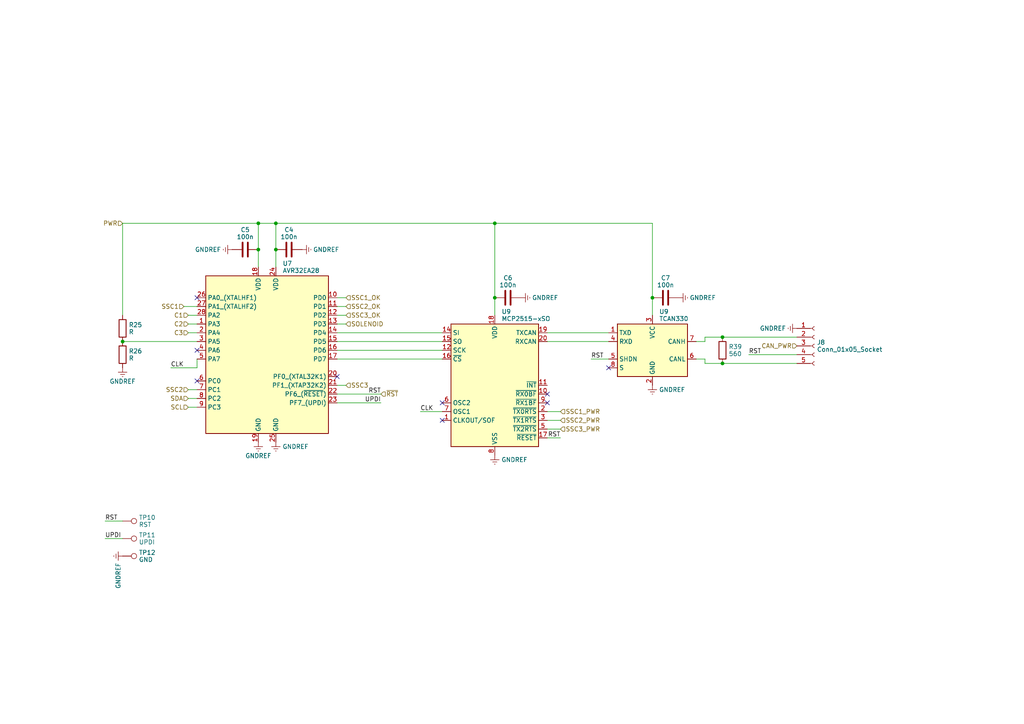
<source format=kicad_sch>
(kicad_sch (version 20230121) (generator eeschema)
  (paper "A4")
  (lib_symbols
    (symbol "Connector:Conn_01x05_Socket" (pin_names (offset 1.016) hide)
      (property "Reference" "J" (at 0 7.62 0))
      (property "Value" "Conn_01x05_Socket" (at 0 -7.62 0))
      (symbol "Conn_01x05_Socket_1_1"
        (arc (start 0 -4.572) (mid -0.5058 -5.08) (end 0 -5.588) (stroke (width 0.1524)))
        (arc (start 0 -2.032) (mid -0.5058 -2.54) (end 0 -3.048) (stroke (width 0.1524)))
        (polyline (pts (xy -1.27 -5.08) (xy -0.508 -5.08)) (stroke (width 0.1524)))
        (polyline (pts (xy -1.27 -2.54) (xy -0.508 -2.54)) (stroke (width 0.1524)))
        (polyline (pts (xy -1.27 0) (xy -0.508 0)) (stroke (width 0.1524)))
        (polyline (pts (xy -1.27 2.54) (xy -0.508 2.54)) (stroke (width 0.1524)))
        (polyline (pts (xy -1.27 5.08) (xy -0.508 5.08)) (stroke (width 0.1524)))
        (arc (start 0 0.508) (mid -0.5058 0) (end 0 -0.508) (stroke (width 0.1524)))
        (arc (start 0 3.048) (mid -0.5058 2.54) (end 0 2.032) (stroke (width 0.1524)))
        (arc (start 0 5.588) (mid -0.5058 5.08) (end 0 4.572) (stroke (width 0.1524)))
        (pin passive line (at -5.08 5.08 0) (length 3.81) (name "Pin_1") (number "1"))
        (pin passive line (at -5.08 2.54 0) (length 3.81) (name "Pin_2") (number "2"))
        (pin passive line (at -5.08 0 0) (length 3.81) (name "Pin_3") (number "3"))
        (pin passive line (at -5.08 -2.54 0) (length 3.81) (name "Pin_4") (number "4"))
        (pin passive line (at -5.08 -5.08 0) (length 3.81) (name "Pin_5") (number "5"))
      )
    )
    (symbol "Connector:TestPoint" (pin_numbers hide) (pin_names (offset 0.762) hide)
      (property "Reference" "TP" (at 0 6.858 0))
      (property "Value" "TestPoint" (at 0 5.08 0))
      (symbol "TestPoint_0_1"
        (circle (center 0 3.302) (radius 0.762))
      )
      (symbol "TestPoint_1_1"
        (pin passive line (at 0 0 90) (length 2.54) (name "1") (number "1"))
      )
    )
    (symbol "Device:C" (pin_numbers hide) (pin_names (offset 0.254))
      (property "Reference" "C" (at 0.635 2.54 0))
      (property "Value" "C" (at 0.635 -2.54 0))
      (symbol "C_0_1"
        (polyline (pts (xy -2.032 -0.762) (xy 2.032 -0.762)) (stroke (width 0.508)))
        (polyline (pts (xy -2.032 0.762) (xy 2.032 0.762)) (stroke (width 0.508)))
      )
      (symbol "C_1_1"
        (pin passive line (at 0 3.81 270) (length 2.794) (name "~") (number "1"))
        (pin passive line (at 0 -3.81 90) (length 2.794) (name "~") (number "2"))
      )
    )
    (symbol "Device:R" (pin_numbers hide) (pin_names (offset 0))
      (property "Reference" "R" (at 2.032 0 90))
      (property "Value" "R" (at 0 0 90))
      (symbol "R_0_1"
        (rectangle (start -1.016 -2.54) (end 1.016 2.54) (stroke (width 0.254)))
      )
      (symbol "R_1_1"
        (pin passive line (at 0 3.81 270) (length 1.27) (name "~") (number "1"))
        (pin passive line (at 0 -3.81 90) (length 1.27) (name "~") (number "2"))
      )
    )
    (symbol "Interface_CAN_LIN:TCAN330"
      (property "Reference" "U" (at -10.16 8.89 0))
      (property "Value" "TCAN330" (at 2.54 8.89 0))
      (symbol "TCAN330_0_1"
        (rectangle (start -10.16 7.62) (end 10.16 -7.62) (stroke (width 0.254)) (fill (type background)))
      )
      (symbol "TCAN330_1_1"
        (pin input line (at -12.7 5.08 0) (length 2.54) (name "TXD") (number "1"))
        (pin power_in line (at 0 -10.16 90) (length 2.54) (name "GND") (number "2"))
        (pin power_in line (at 0 10.16 270) (length 2.54) (name "VCC") (number "3"))
        (pin tri_state line (at -12.7 2.54 0) (length 2.54) (name "RXD") (number "4"))
        (pin input line (at -12.7 -2.54 0) (length 2.54) (name "SHDN") (number "5"))
        (pin bidirectional line (at 12.7 -2.54 180) (length 2.54) (name "CANL") (number "6"))
        (pin bidirectional line (at 12.7 2.54 180) (length 2.54) (name "CANH") (number "7"))
        (pin input line (at -12.7 -5.08 0) (length 2.54) (name "S") (number "8"))
      )
    )
    (symbol "Project:AVR32EA28"
      (property "Reference" "U" (at -17.78 24.13 0))
      (property "Value" "AVR32EA28" (at 2.54 -24.13 0))
      (symbol "AVR32EA28_0_1"
        (rectangle (start -17.78 22.86) (end 17.78 -22.86) (stroke (width 0.254)) (fill (type background)))
      )
      (symbol "AVR32EA28_1_1"
        (pin bidirectional line (at -20.32 8.89 0) (length 2.54) (name "PA3") (number "1"))
        (pin bidirectional line (at 20.32 16.51 180) (length 2.54) (name "PD0") (number "10"))
        (pin bidirectional line (at 20.32 13.97 180) (length 2.54) (name "PD1") (number "11"))
        (pin bidirectional line (at 20.32 11.43 180) (length 2.54) (name "PD2") (number "12"))
        (pin bidirectional line (at 20.32 8.89 180) (length 2.54) (name "PD3") (number "13"))
        (pin bidirectional line (at 20.32 6.35 180) (length 2.54) (name "PD4") (number "14"))
        (pin bidirectional line (at 20.32 3.81 180) (length 2.54) (name "PD5") (number "15"))
        (pin bidirectional line (at 20.32 1.27 180) (length 2.54) (name "PD6") (number "16"))
        (pin bidirectional line (at 20.32 -1.27 180) (length 2.54) (name "PD7") (number "17"))
        (pin power_in line (at -2.54 25.4 270) (length 2.54) (name "VDD") (number "18"))
        (pin power_in line (at -2.54 -25.4 90) (length 2.54) (name "GND") (number "19"))
        (pin bidirectional line (at -20.32 6.35 0) (length 2.54) (name "PA4") (number "2"))
        (pin bidirectional line (at 20.32 -6.35 180) (length 2.54) (name "PF0_(XTAL32K1)") (number "20"))
        (pin bidirectional line (at 20.32 -8.89 180) (length 2.54) (name "PF1_(XTAP32K2)") (number "21"))
        (pin bidirectional line (at 20.32 -11.43 180) (length 2.54) (name "PF6_(~{RESET})") (number "22"))
        (pin bidirectional line (at 20.32 -13.97 180) (length 2.54) (name "PF7_(UPDI)") (number "23"))
        (pin power_in line (at 2.54 25.4 270) (length 2.54) (name "VDD") (number "24"))
        (pin power_in line (at 2.54 -25.4 90) (length 2.54) (name "GND") (number "25"))
        (pin bidirectional line (at -20.32 16.51 0) (length 2.54) (name "PA0_(XTALHF1)") (number "26"))
        (pin bidirectional line (at -20.32 13.97 0) (length 2.54) (name "PA1_(XTALHF2)") (number "27"))
        (pin bidirectional line (at -20.32 11.43 0) (length 2.54) (name "PA2") (number "28"))
        (pin bidirectional line (at -20.32 3.81 0) (length 2.54) (name "PA5") (number "3"))
        (pin bidirectional line (at -20.32 1.27 0) (length 2.54) (name "PA6") (number "4"))
        (pin bidirectional line (at -20.32 -1.27 0) (length 2.54) (name "PA7") (number "5"))
        (pin bidirectional line (at -20.32 -7.62 0) (length 2.54) (name "PC0") (number "6"))
        (pin bidirectional line (at -20.32 -10.16 0) (length 2.54) (name "PC1") (number "7"))
        (pin bidirectional line (at -20.32 -12.7 0) (length 2.54) (name "PC2") (number "8"))
        (pin bidirectional line (at -20.32 -15.24 0) (length 2.54) (name "PC3") (number "9"))
      )
    )
    (symbol "Project:MCP2515"
      (property "Reference" "U" (at -10.16 19.685 0))
      (property "Value" "MCP2515" (at 19.05 20.32 0))
      (symbol "MCP2515_0_1"
        (rectangle (start -12.7 17.78) (end 12.7 -17.78) (stroke (width 0.254)) (fill (type background)))
      )
      (symbol "MCP2515_1_1"
        (pin output line (at -15.24 -10.16 0) (length 2.54) (name "CLKOUT/SOF") (number "1"))
        (pin output line (at 15.24 -2.54 180) (length 2.54) (name "~{RX0BF}") (number "10"))
        (pin output line (at 15.24 0 180) (length 2.54) (name "~{INT}") (number "11"))
        (pin input line (at -15.24 10.16 0) (length 2.54) (name "SCK") (number "12"))
        (pin input line (at -15.24 15.24 0) (length 2.54) (name "SI") (number "14"))
        (pin output line (at -15.24 12.7 0) (length 2.54) (name "SO") (number "15"))
        (pin input line (at -15.24 7.62 0) (length 2.54) (name "~{CS}") (number "16"))
        (pin input line (at 15.24 -15.24 180) (length 2.54) (name "~{RESET}") (number "17"))
        (pin power_in line (at 0 20.32 270) (length 2.54) (name "VDD") (number "18"))
        (pin output line (at 15.24 15.24 180) (length 2.54) (name "TXCAN") (number "19"))
        (pin input line (at 15.24 -7.62 180) (length 2.54) (name "~{TX0RTS}") (number "2"))
        (pin input line (at 15.24 12.7 180) (length 2.54) (name "RXCAN") (number "20"))
        (pin input line (at 15.24 -10.16 180) (length 2.54) (name "~{TX1RTS}") (number "3"))
        (pin input line (at 15.24 -12.7 180) (length 2.54) (name "~{TX2RTS}") (number "5"))
        (pin output line (at -15.24 -5.08 0) (length 2.54) (name "OSC2") (number "6"))
        (pin input line (at -15.24 -7.62 0) (length 2.54) (name "OSC1") (number "7"))
        (pin power_in line (at 0 -20.32 90) (length 2.54) (name "VSS") (number "8"))
        (pin output line (at 15.24 -5.08 180) (length 2.54) (name "~{RX1BF}") (number "9"))
      )
    )
    (symbol "power:GNDREF" (power) (pin_names (offset 0))
      (property "Value" "GNDREF" (at 0 -3.81 0))
      (symbol "GNDREF_0_1"
        (polyline (pts (xy -0.635 -1.905) (xy 0.635 -1.905)))
        (polyline (pts (xy -0.127 -2.54) (xy 0.127 -2.54)))
        (polyline (pts (xy 0 -1.27) (xy 0 0)))
        (polyline (pts (xy 1.27 -1.27) (xy -1.27 -1.27)))
      )
      (symbol "GNDREF_1_1"
        (pin power_in line (at 0 0 270) (length 0) hide (name "GNDREF") (number "1"))
      )
    )
  )
  (junction (at 143.51 64.77))
  (junction (at 189.23 86.36))
  (junction (at 80.01 64.77))
  (junction (at 80.01 72.39))
  (junction (at 143.51 86.36))
  (junction (at 209.55 97.79))
  (junction (at 209.55 105.41))
  (junction (at 74.93 64.77))
  (junction (at 74.93 72.39))
  (junction (at 35.56 99.06))
  (no_connect (at 57.15 86.36))
  (no_connect (at 57.15 101.6))
  (no_connect (at 57.15 110.49))
  (no_connect (at 176.53 106.68))
  (no_connect (at 128.27 121.92))
  (no_connect (at 128.27 116.84))
  (no_connect (at 97.79 109.22))
  (no_connect (at 158.75 116.84))
  (no_connect (at 158.75 114.3))
  (wire (pts (xy 35.56 156.21) (xy 30.48 156.21)))
  (wire (pts (xy 171.45 104.14) (xy 176.53 104.14)))
  (wire (pts (xy 74.93 64.77) (xy 74.93 72.39)))
  (wire (pts (xy 209.55 105.41) (xy 231.14 105.41)))
  (wire (pts (xy 97.79 101.6) (xy 128.27 101.6)))
  (wire (pts (xy 97.79 116.84) (xy 110.49 116.84)))
  (wire (pts (xy 143.51 86.36) (xy 143.51 91.44)))
  (wire (pts (xy 54.61 115.57) (xy 57.15 115.57)))
  (wire (pts (xy 217.17 102.87) (xy 231.14 102.87)))
  (wire (pts (xy 204.47 105.41) (xy 209.55 105.41)))
  (wire (pts (xy 158.75 119.38) (xy 162.56 119.38)))
  (wire (pts (xy 74.93 64.77) (xy 80.01 64.77)))
  (wire (pts (xy 97.79 96.52) (xy 128.27 96.52)))
  (wire (pts (xy 204.47 104.14) (xy 204.47 105.41)))
  (wire (pts (xy 97.79 111.76) (xy 100.33 111.76)))
  (wire (pts (xy 54.61 96.52) (xy 57.15 96.52)))
  (wire (pts (xy 97.79 88.9) (xy 100.33 88.9)))
  (wire (pts (xy 49.53 106.68) (xy 57.15 106.68)))
  (wire (pts (xy 204.47 97.79) (xy 209.55 97.79)))
  (wire (pts (xy 121.92 119.38) (xy 128.27 119.38)))
  (wire (pts (xy 143.51 64.77) (xy 143.51 86.36)))
  (wire (pts (xy 158.75 121.92) (xy 162.56 121.92)))
  (wire (pts (xy 209.55 97.79) (xy 231.14 97.79)))
  (wire (pts (xy 35.56 99.06) (xy 57.15 99.06)))
  (wire (pts (xy 54.61 118.11) (xy 57.15 118.11)))
  (wire (pts (xy 80.01 64.77) (xy 143.51 64.77)))
  (wire (pts (xy 158.75 127) (xy 162.56 127)))
  (wire (pts (xy 204.47 99.06) (xy 204.47 97.79)))
  (wire (pts (xy 54.61 91.44) (xy 57.15 91.44)))
  (wire (pts (xy 35.56 64.77) (xy 74.93 64.77)))
  (wire (pts (xy 97.79 104.14) (xy 128.27 104.14)))
  (wire (pts (xy 201.93 99.06) (xy 204.47 99.06)))
  (wire (pts (xy 158.75 96.52) (xy 176.53 96.52)))
  (wire (pts (xy 189.23 64.77) (xy 189.23 86.36)))
  (wire (pts (xy 57.15 106.68) (xy 57.15 104.14)))
  (wire (pts (xy 97.79 93.98) (xy 100.33 93.98)))
  (wire (pts (xy 53.34 88.9) (xy 57.15 88.9)))
  (wire (pts (xy 97.79 99.06) (xy 128.27 99.06)))
  (wire (pts (xy 158.75 124.46) (xy 162.56 124.46)))
  (wire (pts (xy 35.56 91.44) (xy 35.56 64.77)))
  (wire (pts (xy 35.56 151.13) (xy 30.48 151.13)))
  (wire (pts (xy 97.79 86.36) (xy 100.33 86.36)))
  (wire (pts (xy 97.79 114.3) (xy 110.49 114.3)))
  (wire (pts (xy 54.61 113.03) (xy 57.15 113.03)))
  (wire (pts (xy 189.23 86.36) (xy 189.23 91.44)))
  (wire (pts (xy 143.51 64.77) (xy 189.23 64.77)))
  (wire (pts (xy 80.01 72.39) (xy 80.01 77.47)))
  (wire (pts (xy 80.01 64.77) (xy 80.01 72.39)))
  (wire (pts (xy 54.61 93.98) (xy 57.15 93.98)))
  (wire (pts (xy 201.93 104.14) (xy 204.47 104.14)))
  (wire (pts (xy 74.93 72.39) (xy 74.93 77.47)))
  (wire (pts (xy 158.75 99.06) (xy 176.53 99.06)))
  (wire (pts (xy 97.79 91.44) (xy 100.33 91.44)))
  (label "CLK" (at 49.53 106.68 0))
  (label "UPDI" (at 110.49 116.84 180))
  (label "RST" (at 30.48 151.13 0))
  (label "RST" (at 217.17 102.87 0))
  (label "RST" (at 162.56 127 180))
  (label "RST" (at 110.49 114.3 180))
  (label "UPDI" (at 30.48 156.21 0))
  (label "RST" (at 171.45 104.14 0))
  (label "CLK" (at 121.92 119.38 0))
  (hierarchical_label "SSC1" (shape input) (at 53.34 88.9 180))
  (hierarchical_label "SSC3" (shape input) (at 100.33 111.76 0))
  (hierarchical_label "SSC3_PWR" (shape input) (at 162.56 124.46 0))
  (hierarchical_label "PWR" (shape input) (at 35.56 64.77 180))
  (hierarchical_label "SSC2_PWR" (shape input) (at 162.56 121.92 0))
  (hierarchical_label "C2" (shape input) (at 54.61 93.98 180))
  (hierarchical_label "~{RST}" (shape input) (at 110.49 114.3 0))
  (hierarchical_label "SOLENOID" (shape input) (at 100.33 93.98 0))
  (hierarchical_label "SSC2_OK" (shape input) (at 100.33 88.9 0))
  (hierarchical_label "SSC3_OK" (shape input) (at 100.33 91.44 0))
  (hierarchical_label "SCL" (shape input) (at 54.61 118.11 180))
  (hierarchical_label "SSC1_PWR" (shape input) (at 162.56 119.38 0))
  (hierarchical_label "SSC1_OK" (shape input) (at 100.33 86.36 0))
  (hierarchical_label "C3" (shape input) (at 54.61 96.52 180))
  (hierarchical_label "CAN_PWR" (shape input) (at 231.14 100.33 180))
  (hierarchical_label "SDA" (shape input) (at 54.61 115.57 180))
  (hierarchical_label "C1" (shape input) (at 54.61 91.44 180))
  (hierarchical_label "SSC2" (shape input) (at 54.61 113.03 180))
  (symbol (lib_id "Connector:Conn_01x05_Socket") (at 236.22 100.33 0) (unit 1)
    (property "Reference" "J8" (at 236.9312 99.306 0) (effects (justify left)))
    (property "Value" "Conn_01x05_Socket" (at 236.9312 101.354 0) (effects (justify left)))
    (property "Footprint" "Connector_PinHeader_1.00mm:PinHeader_1x05_P1.00mm_Vertical" (effects hide))
    (instances (project "DiveCAN Head" (path "" (reference "J8") (unit 1)) (path "" (reference "J9") (unit 1))))
  )
  (symbol (lib_id "Device:C") (at 147.32 86.36 90) (unit 1)
    (property "Reference" "C6" (at 147.32 80.621 90))
    (property "Value" "100n" (at 147.32 82.669 90))
    (property "Footprint" "Capacitor_SMD:C_0603_1608Metric" (effects hide))
    (instances (project "DiveCAN Head" (path "" (reference "C6") (unit 1)) (path "" (reference "C10") (unit 1))))
  )
  (symbol (lib_id "power:GNDREF") (at 143.51 132.08 0) (unit 1)
    (property "Reference" "#PWR023" (effects hide))
    (property "Value" "GNDREF" (at 145.415 133.35 0) (effects (justify left)))
    (instances (project "DiveCAN Head" (path "" (reference "#PWR023") (unit 1)) (path "" (reference "#PWR029") (unit 1)) (path "" (reference "#PWR040") (unit 1))))
  )
  (symbol (lib_id "power:GNDREF") (at 87.63 72.39 90) (unit 1)
    (property "Reference" "#PWR026" (effects hide))
    (property "Value" "GNDREF" (at 90.805 72.39 90) (effects (justify right)))
    (instances (project "DiveCAN Head" (path "" (reference "#PWR026") (unit 1)) (path "" (reference "#PWR028") (unit 1)) (path "" (reference "#PWR039") (unit 1))))
  )
  (symbol (lib_id "Device:C") (at 71.12 72.39 90) (unit 1)
    (property "Reference" "C5" (at 71.12 66.651 90))
    (property "Value" "100n" (at 71.12 68.699 90))
    (property "Footprint" "Capacitor_SMD:C_0603_1608Metric" (effects hide))
    (instances (project "DiveCAN Head" (path "" (reference "C5") (unit 1)) (path "" (reference "C4") (unit 1)) (path "" (reference "C8") (unit 1))))
  )
  (symbol (lib_id "Interface_CAN_LIN:TCAN330") (at 189.23 101.6 0) (unit 1)
    (property "Reference" "U9" (at 191.1859 90.4 0) (effects (justify left)))
    (property "Value" "TCAN330" (at 191.1859 92.448 0) (effects (justify left)))
    (property "Footprint" "Package_TO_SOT_SMD:SOT-23-8" (effects hide))
    (property "Datasheet" "http://www.ti.com/lit/ds/symlink/tcan337.pdf" (effects hide))
    (instances (project "DiveCAN Head" (path "" (reference "U9") (unit 1)) (path "" (reference "U12") (unit 1))))
  )
  (symbol (lib_id "Connector:TestPoint") (at 35.56 156.21 270) (unit 1)
    (property "Reference" "TP11" (at 40.259 155.186 90) (effects (justify left)))
    (property "Value" "UPDI" (at 40.259 157.234 90) (effects (justify left)))
    (property "Footprint" "TestPoint:TestPoint_Pad_D1.0mm" (effects hide))
    (instances (project "DiveCAN Head" (path "" (reference "TP11") (unit 1)) (path "" (reference "TP14") (unit 1))))
  )
  (symbol (lib_id "power:GNDREF") (at 231.14 95.25 270) (unit 1)
    (property "Reference" "#PWR023" (effects hide))
    (property "Value" "GNDREF" (at 227.9651 95.25 90) (effects (justify right)))
    (instances (project "DiveCAN Head" (path "" (reference "#PWR023") (unit 1)) (path "" (reference "#PWR033") (unit 1)) (path "" (reference "#PWR044") (unit 1))))
  )
  (symbol (lib_id "power:GNDREF") (at 35.56 106.68 0) (unit 1)
    (property "Reference" "#PWR024" (effects hide))
    (property "Value" "GNDREF" (at 35.56 110.625 0))
    (instances (project "DiveCAN Head" (path "" (reference "#PWR024") (unit 1)) (path "" (reference "#PWR023") (unit 1)) (path "" (reference "#PWR034") (unit 1))))
  )
  (symbol (lib_id "power:GNDREF") (at 80.01 128.27 0) (unit 1)
    (property "Reference" "#PWR023" (effects hide))
    (property "Value" "GNDREF" (at 81.915 129.54 0) (effects (justify left)))
    (instances (project "DiveCAN Head" (path "" (reference "#PWR023") (unit 1)) (path "" (reference "#PWR027") (unit 1)) (path "" (reference "#PWR038") (unit 1))))
  )
  (symbol (lib_id "power:GNDREF") (at 189.23 111.76 0) (unit 1)
    (property "Reference" "#PWR023" (effects hide))
    (property "Value" "GNDREF" (at 191.135 113.03 0) (effects (justify left)))
    (instances (project "DiveCAN Head" (path "" (reference "#PWR023") (unit 1)) (path "" (reference "#PWR031") (unit 1)) (path "" (reference "#PWR042") (unit 1))))
  )
  (symbol (lib_id "power:GNDREF") (at 151.13 86.36 90) (unit 1)
    (property "Reference" "#PWR023" (effects hide))
    (property "Value" "GNDREF" (at 154.305 86.36 90) (effects (justify right)))
    (instances (project "DiveCAN Head" (path "" (reference "#PWR023") (unit 1)) (path "" (reference "#PWR030") (unit 1)) (path "" (reference "#PWR041") (unit 1))))
  )
  (symbol (lib_id "power:GNDREF") (at 74.93 128.27 0) (unit 1)
    (property "Reference" "#PWR022" (effects hide))
    (property "Value" "GNDREF" (at 74.93 132.215 0))
    (instances (project "DiveCAN Head" (path "" (reference "#PWR022") (unit 1)) (path "" (reference "#PWR026") (unit 1)) (path "" (reference "#PWR037") (unit 1))))
  )
  (symbol (lib_id "power:GNDREF") (at 196.85 86.36 90) (unit 1)
    (property "Reference" "#PWR023" (effects hide))
    (property "Value" "GNDREF" (at 200.025 86.36 90) (effects (justify right)))
    (instances (project "DiveCAN Head" (path "" (reference "#PWR023") (unit 1)) (path "" (reference "#PWR032") (unit 1)) (path "" (reference "#PWR043") (unit 1))))
  )
  (symbol (lib_id "Connector:TestPoint") (at 35.56 151.13 270) (unit 1)
    (property "Reference" "TP10" (at 40.259 150.106 90) (effects (justify left)))
    (property "Value" "RST" (at 40.259 152.154 90) (effects (justify left)))
    (property "Footprint" "TestPoint:TestPoint_Pad_D1.0mm" (effects hide))
    (instances (project "DiveCAN Head" (path "" (reference "TP10") (unit 1)) (path "" (reference "TP13") (unit 1))))
  )
  (symbol (lib_id "Project:MCP2515") (at 143.51 111.76 0) (unit 1)
    (property "Reference" "U9" (at 145.4659 90.4 0) (effects (justify left)))
    (property "Value" "MCP2515-xSO" (at 145.4659 92.448 0) (effects (justify left)))
    (property "Footprint" "Package_DFN_QFN:QFN-20-1EP_4x4mm_P0.5mm_EP2.7x2.7mm" (effects hide))
    (property "Datasheet" "http://ww1.microchip.com/downloads/en/DeviceDoc/21801e.pdf" (effects hide))
    (instances (project "DiveCAN Head" (path "" (reference "U9") (unit 1)) (path "" (reference "U8") (unit 1)) (path "" (reference "U11") (unit 1))))
  )
  (symbol (lib_id "Connector:TestPoint") (at 35.56 161.29 270) (unit 1)
    (property "Reference" "TP12" (at 40.259 160.266 90) (effects (justify left)))
    (property "Value" "GND" (at 40.259 162.314 90) (effects (justify left)))
    (property "Footprint" "TestPoint:TestPoint_Pad_D1.0mm" (effects hide))
    (instances (project "DiveCAN Head" (path "" (reference "TP12") (unit 1)) (path "" (reference "TP15") (unit 1))))
  )
  (symbol (lib_id "Device:R") (at 209.55 101.6 0) (unit 1)
    (property "Reference" "R39" (at 211.328 100.576 0) (effects (justify left)))
    (property "Value" "560" (at 211.328 102.624 0) (effects (justify left)))
    (property "Footprint" "Resistor_SMD:R_0603_1608Metric" (effects hide))
    (instances (project "DiveCAN Head" (path "" (reference "R39") (unit 1)) (path "" (reference "R42") (unit 1))))
  )
  (symbol (lib_id "Device:C") (at 83.82 72.39 90) (unit 1)
    (property "Reference" "C4" (at 83.82 66.651 90))
    (property "Value" "100n" (at 83.82 68.699 90))
    (property "Footprint" "Capacitor_SMD:C_0603_1608Metric" (effects hide))
    (instances (project "DiveCAN Head" (path "" (reference "C4") (unit 1)) (path "" (reference "C5") (unit 1)) (path "" (reference "C9") (unit 1))))
  )
  (symbol (lib_id "Device:C") (at 193.04 86.36 90) (unit 1)
    (property "Reference" "C7" (at 193.04 80.621 90))
    (property "Value" "100n" (at 193.04 82.669 90))
    (property "Footprint" "Capacitor_SMD:C_0603_1608Metric" (effects hide))
    (instances (project "DiveCAN Head" (path "" (reference "C7") (unit 1)) (path "" (reference "C11") (unit 1))))
  )
  (symbol (lib_id "power:GNDREF") (at 67.31 72.39 270) (unit 1)
    (property "Reference" "#PWR027" (effects hide))
    (property "Value" "GNDREF" (at 64.1351 72.39 90) (effects (justify right)))
    (instances (project "DiveCAN Head" (path "" (reference "#PWR027") (unit 1)) (path "" (reference "#PWR025") (unit 1)) (path "" (reference "#PWR036") (unit 1))))
  )
  (symbol (lib_id "Device:R") (at 35.56 95.25 0) (unit 1)
    (property "Reference" "R25" (at 37.338 94.226 0) (effects (justify left)))
    (property "Value" "R" (at 37.338 96.274 0) (effects (justify left)))
    (property "Footprint" "Resistor_SMD:R_0603_1608Metric" (effects hide))
    (instances (project "DiveCAN Head" (path "" (reference "R25") (unit 1)) (path "" (reference "R37") (unit 1)) (path "" (reference "R40") (unit 1))))
  )
  (symbol (lib_id "Device:R") (at 35.56 102.87 0) (unit 1)
    (property "Reference" "R26" (at 37.338 101.846 0) (effects (justify left)))
    (property "Value" "R" (at 37.338 103.894 0) (effects (justify left)))
    (property "Footprint" "Resistor_SMD:R_0603_1608Metric" (effects hide))
    (instances (project "DiveCAN Head" (path "" (reference "R26") (unit 1)) (path "" (reference "R38") (unit 1)) (path "" (reference "R41") (unit 1))))
  )
  (symbol (lib_id "power:GNDREF") (at 35.56 161.29 270) (unit 1)
    (property "Reference" "#PWR023" (effects hide))
    (property "Value" "GNDREF" (at 34.29 163.195 0) (effects (justify left)))
    (instances (project "DiveCAN Head" (path "" (reference "#PWR023") (unit 1)) (path "" (reference "#PWR024") (unit 1)) (path "" (reference "#PWR035") (unit 1))))
  )
  (symbol (lib_id "Project:AVR32EA28") (at 77.47 102.87 0) (unit 1)
    (property "Reference" "U7" (at 81.9659 76.43 0) (effects (justify left)))
    (property "Value" "AVR32EA28" (at 81.9659 78.478 0) (effects (justify left)))
    (property "Footprint" "Package_DFN_QFN:VQFN-28-1EP_4x4mm_P0.45mm_EP2.4x2.4mm" (effects hide))
    (property "Datasheet" "https://ww1.microchip.com/downloads/aemDocuments/documents/MCU08/ProductDocuments/DataSheets/AVR64EA-28-32-48-DataSheet-DS40002443.pdf" (effects hide))
    (instances (project "DiveCAN Head" (path "" (reference "U7") (unit 1)) (path "" (reference "U7") (unit 1)) (path "" (reference "U10") (unit 1))))
  )
)
</source>
